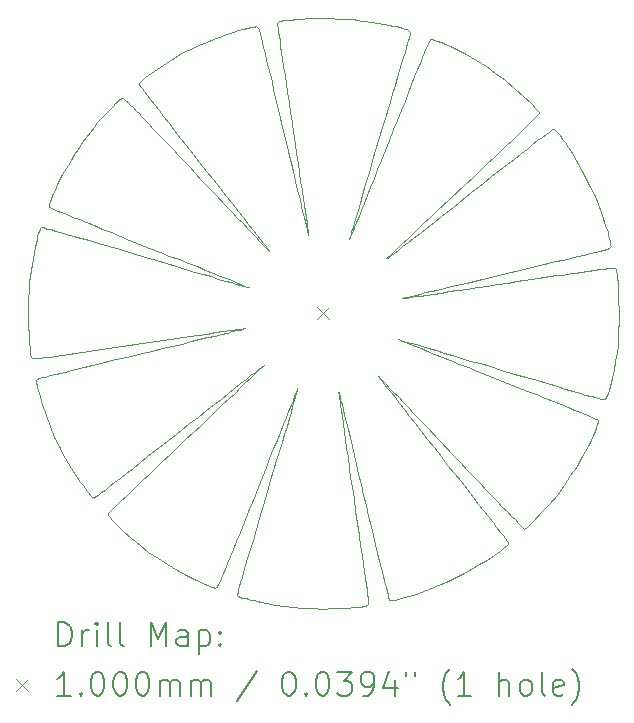
<source format=gbr>
%TF.GenerationSoftware,KiCad,Pcbnew,8.0.4+dfsg-1*%
%TF.CreationDate,2024-08-07T14:19:11+02:00*%
%TF.ProjectId,EMC_antenna,454d435f-616e-4746-956e-6e612e6b6963,rev?*%
%TF.SameCoordinates,Original*%
%TF.FileFunction,Drillmap*%
%TF.FilePolarity,Positive*%
%FSLAX45Y45*%
G04 Gerber Fmt 4.5, Leading zero omitted, Abs format (unit mm)*
G04 Created by KiCad (PCBNEW 8.0.4+dfsg-1) date 2024-08-07 14:19:11*
%MOMM*%
%LPD*%
G01*
G04 APERTURE LIST*
%ADD10C,0.100000*%
%ADD11C,0.200000*%
G04 APERTURE END LIST*
D10*
X12209538Y-9033331D02*
X12211433Y-9135379D01*
X12210001Y-8930255D02*
X12209538Y-9033331D01*
X12211183Y-8880544D02*
X12210001Y-8930255D01*
X12211433Y-9135379D02*
X12213198Y-9183806D01*
X12213036Y-8833230D02*
X12211183Y-8880544D01*
X12213198Y-9183806D02*
X12215472Y-9229322D01*
X12215472Y-9229322D02*
X12218228Y-9271043D01*
X12215585Y-8789198D02*
X12213036Y-8833230D01*
X12218228Y-9271043D02*
X12221440Y-9308083D01*
X12218857Y-8749332D02*
X12215585Y-8789198D01*
X12221440Y-9308083D02*
X12225081Y-9339558D01*
X12225081Y-9339558D02*
X12229124Y-9364584D01*
X12229124Y-9364584D02*
X12233542Y-9382275D01*
X12233542Y-9382275D02*
X12238308Y-9391747D01*
X12238308Y-9391747D02*
X12242290Y-9394402D01*
X12238543Y-8600249D02*
X12218857Y-8749332D01*
X12242290Y-9394402D02*
X12248689Y-9396061D01*
X12248689Y-9396061D02*
X12258339Y-9396667D01*
X12258339Y-9396667D02*
X12272074Y-9396165D01*
X12266027Y-8453805D02*
X12238543Y-8600249D01*
X12272074Y-9396165D02*
X12290729Y-9394498D01*
X12273370Y-8421059D02*
X12266027Y-8453805D01*
X12277307Y-9595288D02*
X12279089Y-9606909D01*
X12277379Y-9580056D02*
X12277307Y-9595288D01*
X12279089Y-9606909D02*
X12282171Y-9621958D01*
X12280702Y-8390781D02*
X12273370Y-8421059D01*
X12281867Y-9571704D02*
X12277379Y-9580056D01*
X12282171Y-9621958D02*
X12286617Y-9641006D01*
X12286617Y-9641006D02*
X12286887Y-9642090D01*
X12286806Y-9641764D02*
X12298869Y-9690221D01*
X12286887Y-9642090D02*
X12292492Y-9664620D01*
X12287478Y-9569587D02*
X12281867Y-9571704D01*
X12287925Y-8363431D02*
X12280702Y-8390781D01*
X12290729Y-9394498D02*
X12315137Y-9391611D01*
X12292492Y-9664620D02*
X12286806Y-9641764D01*
X12294937Y-8339469D02*
X12287925Y-8363431D01*
X12298869Y-9690221D02*
X12326499Y-9786192D01*
X12301641Y-8319356D02*
X12294937Y-8339469D01*
X12301876Y-9565411D02*
X12287478Y-9569587D01*
X12307935Y-8303552D02*
X12301641Y-8319356D01*
X12313722Y-8292517D02*
X12307935Y-8303552D01*
X12315137Y-9391611D02*
X12346134Y-9387448D01*
X12318900Y-8286712D02*
X12313722Y-8292517D01*
X12323376Y-8286693D02*
X12318900Y-8286712D01*
X12324605Y-9559290D02*
X12301876Y-9565411D01*
X12326499Y-9786192D02*
X12358079Y-9880937D01*
X12333876Y-8288570D02*
X12323376Y-8286693D01*
X12346134Y-9387448D02*
X12384552Y-9381951D01*
X12350560Y-8292388D02*
X12333876Y-8288570D01*
X12355210Y-9551334D02*
X12324605Y-9559290D01*
X12358079Y-9880937D02*
X12393556Y-9974292D01*
X12373586Y-8298193D02*
X12350560Y-8292388D01*
X12383277Y-8100440D02*
X12383416Y-8109433D01*
X12383416Y-8109433D02*
X12386103Y-8115288D01*
X12384552Y-9381951D02*
X12883206Y-9309368D01*
X12386060Y-8087308D02*
X12383277Y-8100440D01*
X12386103Y-8115288D02*
X12391359Y-8118089D01*
X12391359Y-8118089D02*
X12405043Y-8124216D01*
X12392134Y-8069032D02*
X12386060Y-8087308D01*
X12393233Y-9541655D02*
X12355210Y-9551334D01*
X12393556Y-9974292D02*
X12432869Y-10066099D01*
X12401870Y-8044611D02*
X12392134Y-8069032D01*
X12403114Y-8306030D02*
X12373586Y-8298193D01*
X12405043Y-8124216D02*
X12426719Y-8133492D01*
X12415641Y-8013043D02*
X12401870Y-8044611D01*
X12424156Y-7994265D02*
X12415641Y-8013043D01*
X12426719Y-8133492D02*
X12455949Y-8145741D01*
X12432869Y-10066099D02*
X12475950Y-10156198D01*
X12433818Y-7973324D02*
X12424156Y-7994265D01*
X12438220Y-9530366D02*
X12393233Y-9541655D01*
X12439303Y-8315945D02*
X12403114Y-8306030D01*
X12444674Y-7950095D02*
X12433818Y-7973324D01*
X12455949Y-8145741D02*
X12492299Y-8160785D01*
X12456771Y-7924452D02*
X12444674Y-7950095D01*
X12475950Y-10156198D02*
X12499112Y-10200436D01*
X12482313Y-8327984D02*
X12439303Y-8315945D01*
X12489715Y-9517578D02*
X12438220Y-9530366D01*
X12492299Y-8160785D02*
X12535331Y-8178447D01*
X12498918Y-7840193D02*
X12456771Y-7924452D01*
X12499112Y-10200436D02*
X12571020Y-10323691D01*
X12532304Y-8342192D02*
X12482313Y-8327984D01*
X12535331Y-8178447D02*
X12584610Y-8198552D01*
X12545222Y-7757979D02*
X12498918Y-7840193D01*
X12547262Y-9503403D02*
X12489715Y-9517578D01*
X12571020Y-10323691D02*
X12652540Y-10446280D01*
X12571348Y-7715263D02*
X12545222Y-7757979D01*
X12584610Y-8198552D02*
X12639698Y-8220921D01*
X12589434Y-8358614D02*
X12532304Y-8342192D01*
X12600212Y-7670208D02*
X12571348Y-7715263D01*
X12610405Y-9487953D02*
X12547262Y-9503403D01*
X12632380Y-7621862D02*
X12600212Y-7670208D01*
X12639698Y-8220921D02*
X12700160Y-8245378D01*
X12652540Y-10446280D02*
X12672103Y-10473539D01*
X12653862Y-8377297D02*
X12589434Y-8358614D01*
X12668418Y-7569277D02*
X12632380Y-7621862D01*
X12672103Y-10473539D02*
X12690720Y-10498565D01*
X12678689Y-9471340D02*
X12610405Y-9487953D01*
X12690720Y-10498565D02*
X12708082Y-10520922D01*
X12700160Y-8245378D02*
X12765558Y-8271747D01*
X12701562Y-7522285D02*
X12668418Y-7569277D01*
X12708082Y-10520922D02*
X12723880Y-10540171D01*
X12723880Y-10540171D02*
X12737804Y-10555874D01*
X12725749Y-8398286D02*
X12653862Y-8377297D01*
X12733318Y-7478981D02*
X12701562Y-7522285D01*
X12737804Y-10555874D02*
X12749545Y-10567593D01*
X12749545Y-10567593D02*
X12758793Y-10574890D01*
X12751658Y-9453676D02*
X12678689Y-9471340D01*
X12758793Y-10574890D02*
X12765240Y-10577327D01*
X12764268Y-7438661D02*
X12733318Y-7478981D01*
X12765240Y-10577327D02*
X12770509Y-10574327D01*
X12765558Y-8271747D02*
X12835458Y-8299850D01*
X12770509Y-10574327D02*
X12782965Y-10565610D01*
X12782965Y-10565610D02*
X12802233Y-10551469D01*
X12794996Y-7400622D02*
X12764268Y-7438661D01*
X12802233Y-10551469D02*
X12827934Y-10532195D01*
X12805254Y-8421626D02*
X12725749Y-8398286D01*
X12827934Y-10532195D02*
X12859692Y-10508081D01*
X12828856Y-9435072D02*
X12751658Y-9453676D01*
X12835458Y-8299850D02*
X12909422Y-8329511D01*
X12858119Y-7328575D02*
X12794996Y-7400622D01*
X12859692Y-10508081D02*
X12897129Y-10479420D01*
X12883206Y-9309368D02*
X13640937Y-9198828D01*
X12884565Y-10713459D02*
X12885205Y-10717537D01*
X12885205Y-10717537D02*
X12888180Y-10723612D01*
X12888180Y-10723612D02*
X12893323Y-10731507D01*
X12888221Y-10708878D02*
X12884565Y-10713459D01*
X12892536Y-8447363D02*
X12805254Y-8421626D01*
X12893323Y-10731507D02*
X12900467Y-10741048D01*
X12897129Y-10479420D02*
X12939869Y-10446504D01*
X12898429Y-10698143D02*
X12888221Y-10708878D01*
X12900467Y-10741048D02*
X12920089Y-10764366D01*
X12909422Y-8329511D02*
X12987014Y-8360552D01*
X12909827Y-9415641D02*
X12828856Y-9435072D01*
X12914851Y-10681575D02*
X12898429Y-10698143D01*
X12920089Y-10764366D02*
X12945710Y-10792165D01*
X12927354Y-7257217D02*
X12858119Y-7328575D01*
X12937152Y-10659500D02*
X12914851Y-10681575D01*
X12939869Y-10446504D02*
X12987533Y-10409625D01*
X12945256Y-7239772D02*
X12927354Y-7257217D01*
X12945710Y-10792165D02*
X13009608Y-10855597D01*
X12960489Y-7225450D02*
X12945256Y-7239772D01*
X12964994Y-10632241D02*
X12937152Y-10659500D01*
X12973306Y-7214057D02*
X12960489Y-7225450D01*
X12983959Y-7205403D02*
X12973306Y-7214057D01*
X12987014Y-8360552D02*
X13067798Y-8392798D01*
X12987533Y-10409625D02*
X13039746Y-10369076D01*
X12987754Y-8475543D02*
X12892536Y-8447363D01*
X12992703Y-7199293D02*
X12983959Y-7205403D01*
X12994115Y-9395494D02*
X12909827Y-9415641D01*
X12998041Y-10600120D02*
X12964994Y-10632241D01*
X12999788Y-7195536D02*
X12992703Y-7199293D01*
X13005469Y-7193939D02*
X12999788Y-7195536D01*
X13009608Y-10855597D02*
X13081476Y-10920128D01*
X13009998Y-7194309D02*
X13005469Y-7193939D01*
X13014292Y-7196188D02*
X13009998Y-7194309D01*
X13020027Y-7199901D02*
X13014292Y-7196188D01*
X13027962Y-7206236D02*
X13020027Y-7199901D01*
X13035958Y-10563461D02*
X12998041Y-10600120D01*
X13038856Y-7215977D02*
X13027962Y-7206236D01*
X13039746Y-10369076D02*
X13096130Y-10325148D01*
X13053467Y-7229911D02*
X13038856Y-7215977D01*
X13067798Y-8392798D02*
X13151337Y-8426070D01*
X13072554Y-7248823D02*
X13053467Y-7229911D01*
X13078406Y-10522588D02*
X13035958Y-10563461D01*
X13081265Y-9374743D02*
X12994115Y-9395494D01*
X13081476Y-10920128D02*
X13152980Y-10978330D01*
X13091068Y-8506210D02*
X12987754Y-8475543D01*
X13096130Y-10325148D02*
X13156307Y-10278136D01*
X13096876Y-7273499D02*
X13072554Y-7248823D01*
X13125051Y-10477824D02*
X13078406Y-10522588D01*
X13127191Y-7304726D02*
X13096876Y-7273499D01*
X13144834Y-7323041D02*
X13127191Y-7304726D01*
X13146720Y-7073516D02*
X13149722Y-7078779D01*
X13149159Y-7067075D02*
X13146720Y-7073516D01*
X13149722Y-7078779D02*
X13158446Y-7091224D01*
X13151337Y-8426070D02*
X13237196Y-8460193D01*
X13152980Y-10978330D02*
X13228516Y-11035172D01*
X13156307Y-10278136D02*
X13219900Y-10228330D01*
X13156463Y-7057836D02*
X13149159Y-7067075D01*
X13158446Y-7091224D02*
X13172600Y-7110473D01*
X13164259Y-7343288D02*
X13144834Y-7323041D01*
X13168193Y-7046106D02*
X13156463Y-7057836D01*
X13170821Y-9353501D02*
X13081265Y-9374743D01*
X13172600Y-7110473D02*
X13191889Y-7136149D01*
X13175554Y-10429493D02*
X13125051Y-10477824D01*
X13183912Y-7032196D02*
X13168193Y-7046106D01*
X13185562Y-7365566D02*
X13164259Y-7343288D01*
X13191889Y-7136149D02*
X13216023Y-7167876D01*
X13202638Y-8539412D02*
X13091068Y-8506210D01*
X13203179Y-7016413D02*
X13183912Y-7032196D01*
X13208838Y-7389973D02*
X13185562Y-7365566D01*
X13216023Y-7167876D02*
X13244708Y-7205277D01*
X13219900Y-10228330D02*
X13286533Y-10176023D01*
X13225558Y-6999068D02*
X13203179Y-7016413D01*
X13228516Y-11035172D02*
X13306976Y-11089964D01*
X13229581Y-10377917D02*
X13175554Y-10429493D01*
X13234181Y-7416606D02*
X13208838Y-7389973D01*
X13237196Y-8460193D02*
X13322997Y-8494274D01*
X13244708Y-7205277D02*
X13277651Y-7247975D01*
X13250609Y-6980469D02*
X13225558Y-6999068D01*
X13260290Y-9332299D02*
X13170821Y-9353501D01*
X13261686Y-7445565D02*
X13234181Y-7416606D01*
X13277651Y-7247975D02*
X13314561Y-7295594D01*
X13277894Y-6960925D02*
X13250609Y-6980469D01*
X13286533Y-10176023D02*
X13355828Y-10121508D01*
X13286795Y-10323420D02*
X13229581Y-10377917D01*
X13291449Y-7476947D02*
X13261686Y-7445565D01*
X13291509Y-8565872D02*
X13202638Y-8539412D01*
X13306976Y-11089964D02*
X13387251Y-11142014D01*
X13314561Y-7295594D02*
X13355144Y-7347756D01*
X13322997Y-8494274D02*
X13406368Y-8527423D01*
X13323563Y-7510850D02*
X13291449Y-7476947D01*
X13346859Y-10266326D02*
X13286795Y-10323420D01*
X13347184Y-9311670D02*
X13260290Y-9332299D01*
X13355144Y-7347756D02*
X13399107Y-7404085D01*
X13355828Y-10121508D02*
X13427408Y-10065077D01*
X13358125Y-7547373D02*
X13323563Y-7510850D01*
X13377912Y-8591567D02*
X13291509Y-8565872D01*
X13387251Y-11142014D02*
X13468235Y-11190629D01*
X13395228Y-7586615D02*
X13358125Y-7547373D01*
X13399107Y-7404085D02*
X13446159Y-7464204D01*
X13400602Y-6879483D02*
X13277894Y-6960925D01*
X13406368Y-8527423D02*
X13486880Y-8559467D01*
X13409436Y-10206958D02*
X13346859Y-10266326D01*
X13427408Y-10065077D02*
X13500895Y-10007023D01*
X13431056Y-9291720D02*
X13347184Y-9311670D01*
X13434967Y-7628672D02*
X13395228Y-7586615D01*
X13446159Y-7464204D02*
X13496006Y-7527735D01*
X13461399Y-8616364D02*
X13377912Y-8591567D01*
X13468235Y-11190629D02*
X13548818Y-11235120D01*
X13474191Y-10145639D02*
X13409436Y-10206958D01*
X13477438Y-7673644D02*
X13434967Y-7628672D01*
X13486880Y-8559467D02*
X13564100Y-8590234D01*
X13496006Y-7527735D02*
X13548356Y-7594304D01*
X13500895Y-10007023D02*
X13574235Y-9949044D01*
X13511458Y-9272556D02*
X13431056Y-9291720D01*
X13522735Y-7721629D02*
X13477438Y-7673644D01*
X13523971Y-6807650D02*
X13400602Y-6879483D01*
X13540786Y-10082693D02*
X13474191Y-10145639D01*
X13541520Y-8640132D02*
X13461399Y-8616364D01*
X13548356Y-7594304D02*
X13602916Y-7663531D01*
X13548818Y-11235120D02*
X13627894Y-11274793D01*
X13563235Y-6787679D02*
X13523971Y-6807650D01*
X13564100Y-8590234D02*
X13637598Y-8619551D01*
X13570953Y-7772725D02*
X13522735Y-7721629D01*
X13574235Y-9949044D02*
X13645379Y-9892835D01*
X13587945Y-9254288D02*
X13511458Y-9272556D01*
X13602916Y-7663531D02*
X13659393Y-7735042D01*
X13606111Y-6767273D02*
X13563235Y-6787679D01*
X13607439Y-10019744D02*
X13540786Y-10082693D01*
X13617827Y-8662738D02*
X13541520Y-8640132D01*
X13622187Y-7827030D02*
X13570953Y-7772725D01*
X13627894Y-11274793D02*
X13704354Y-11308958D01*
X13637598Y-8619551D02*
X13706944Y-8647245D01*
X13640937Y-9198828D02*
X13720519Y-9187255D01*
X13645379Y-9892835D02*
X13713967Y-9838680D01*
X13651819Y-6746705D02*
X13606111Y-6767273D01*
X13659393Y-7735042D02*
X13717496Y-7808458D01*
X13660067Y-9237023D02*
X13587945Y-9254288D01*
X13672360Y-9958416D02*
X13607439Y-10019744D01*
X13676532Y-7884642D02*
X13622187Y-7827030D01*
X13689873Y-8684049D02*
X13617827Y-8662738D01*
X13699576Y-6726247D02*
X13651819Y-6746705D01*
X13704354Y-11308958D02*
X13727159Y-11318314D01*
X13706944Y-8647245D02*
X13771707Y-8673144D01*
X13713967Y-9838680D02*
X13779635Y-9786866D01*
X13717496Y-7808458D02*
X13775399Y-7881599D01*
X13720519Y-9187255D02*
X13795018Y-9176548D01*
X13727159Y-11318314D02*
X13746243Y-11325780D01*
X13727380Y-9220868D02*
X13660067Y-9237023D01*
X13735209Y-9899032D02*
X13672360Y-9958416D01*
X13746243Y-11325780D02*
X13761986Y-11331463D01*
X13757208Y-8703935D02*
X13689873Y-8684049D01*
X13761986Y-11331463D02*
X13774769Y-11335468D01*
X13771707Y-8673144D02*
X13831456Y-8697075D01*
X13774769Y-11335468D02*
X13792979Y-11338876D01*
X13775399Y-7881599D02*
X13831292Y-7952302D01*
X13779635Y-9786866D02*
X13842021Y-9737676D01*
X13784846Y-7999433D02*
X13676532Y-7884642D01*
X13789435Y-9205932D02*
X13727380Y-9220868D01*
X13792979Y-11338876D02*
X13803919Y-11336857D01*
X13795018Y-9176548D02*
X13862785Y-9166934D01*
X13795642Y-9841917D02*
X13735209Y-9899032D01*
X13798116Y-6686761D02*
X13699576Y-6726247D01*
X13803919Y-11336857D02*
X13806928Y-11332835D01*
X13806928Y-11332835D02*
X13812272Y-11322690D01*
X13812272Y-11322690D02*
X13819990Y-11306333D01*
X13819385Y-8722263D02*
X13757208Y-8703935D01*
X13819990Y-11306333D02*
X13830117Y-11283672D01*
X13830117Y-11283672D02*
X13842692Y-11254619D01*
X13831292Y-7952302D02*
X13884902Y-8020216D01*
X13831456Y-8697075D02*
X13885761Y-8718865D01*
X13842021Y-9737676D02*
X13900762Y-9691396D01*
X13842692Y-11254619D02*
X13857751Y-11219082D01*
X13845784Y-9192322D02*
X13789435Y-9205932D01*
X13853319Y-9787394D02*
X13795642Y-9841917D01*
X13857751Y-11219082D02*
X13875331Y-11176971D01*
X13862785Y-9166934D02*
X13922172Y-9158641D01*
X13875331Y-11176971D02*
X13895469Y-11128197D01*
X13875954Y-8738902D02*
X13819385Y-8722263D01*
X13884902Y-8020216D02*
X13935955Y-8084992D01*
X13885761Y-8718865D02*
X13934190Y-8738343D01*
X13887392Y-8108026D02*
X13784846Y-7999433D01*
X13895469Y-11128197D02*
X13918203Y-11072669D01*
X13895481Y-6651002D02*
X13798116Y-6686761D01*
X13895982Y-9180146D02*
X13845784Y-9192322D01*
X13900762Y-9691396D02*
X13955496Y-9648310D01*
X13907896Y-9735787D02*
X13853319Y-9787394D01*
X13918203Y-11072669D02*
X13943569Y-11010296D01*
X13922172Y-9158641D02*
X13948208Y-9155061D01*
X13926467Y-8753718D02*
X13875954Y-8738902D01*
X13934190Y-8738343D02*
X13976313Y-8755334D01*
X13935768Y-8159221D02*
X13887392Y-8108026D01*
X13935955Y-8084992D02*
X13984180Y-8146281D01*
X13939581Y-9169512D02*
X13895982Y-9180146D01*
X13941769Y-6635205D02*
X13895481Y-6651002D01*
X13943569Y-11010296D02*
X13971605Y-10940989D01*
X13948208Y-9155061D02*
X13971530Y-9151897D01*
X13955496Y-9648310D02*
X14005860Y-9608704D01*
X13959032Y-9687419D02*
X13907896Y-9735787D01*
X13970477Y-8766580D02*
X13926467Y-8753718D01*
X13971530Y-9151897D02*
X13991933Y-9149178D01*
X13971605Y-10940989D02*
X14002348Y-10864658D01*
X13976134Y-9160527D02*
X13939581Y-9169512D01*
X13976313Y-8755334D02*
X14011700Y-8769667D01*
X13980571Y-11398932D02*
X13980793Y-11403363D01*
X13980793Y-11403363D02*
X13984209Y-11408293D01*
X13981819Y-8207936D02*
X13935768Y-8159221D01*
X13982039Y-11389280D02*
X13980571Y-11398932D01*
X13984180Y-8146281D02*
X14029302Y-8203732D01*
X13984209Y-11408293D02*
X13990386Y-11412816D01*
X13985290Y-11374074D02*
X13982039Y-11389280D01*
X13985420Y-6621161D02*
X13941769Y-6635205D01*
X13990386Y-11412816D02*
X14001821Y-11417602D01*
X13990421Y-11352982D02*
X13985290Y-11374074D01*
X13991933Y-9149178D02*
X14009210Y-9146931D01*
X13997525Y-11325671D02*
X13990421Y-11352982D01*
X14001821Y-11417602D02*
X14021015Y-11423322D01*
X14002348Y-10864658D02*
X14035834Y-10781212D01*
X14005193Y-9153300D02*
X13976134Y-9160527D01*
X14005860Y-9608704D02*
X14051493Y-9572862D01*
X14006385Y-9642615D02*
X13959032Y-9687419D01*
X14006698Y-11291811D02*
X13997525Y-11325671D01*
X14007533Y-8777356D02*
X13970477Y-8766580D01*
X14009210Y-9146931D02*
X14023155Y-9145185D01*
X14011700Y-8769667D02*
X14039920Y-8781168D01*
X14018034Y-11251067D02*
X14006698Y-11291811D01*
X14021015Y-11423322D02*
X14034302Y-11426741D01*
X14023155Y-9145185D02*
X14033563Y-9143969D01*
X14025253Y-8253859D02*
X13981819Y-8207936D01*
X14025652Y-6609143D02*
X13985420Y-6621161D01*
X14026312Y-9147938D02*
X14005193Y-9153300D01*
X14029302Y-8203732D02*
X14071049Y-8256997D01*
X14031628Y-11203109D02*
X14018034Y-11251067D01*
X14033563Y-9143969D02*
X14040226Y-9143311D01*
X14034302Y-11426741D02*
X14050465Y-11430645D01*
X14035834Y-10781212D02*
X14072101Y-10690560D01*
X14037189Y-8785914D02*
X14007533Y-8777356D01*
X14039043Y-9144549D02*
X14026312Y-9147938D01*
X14039920Y-8781168D02*
X14060541Y-8789666D01*
X14040226Y-9143311D02*
X14042940Y-9143240D01*
X14042940Y-9143240D02*
X14039043Y-9144549D01*
X14047576Y-11147604D02*
X14031628Y-11203109D01*
X14049613Y-9601697D02*
X14006385Y-9642615D01*
X14050465Y-11430645D02*
X14069817Y-11435117D01*
X14051493Y-9572862D02*
X14092030Y-9541070D01*
X14058996Y-8792122D02*
X14037189Y-8785914D01*
X14060541Y-8789666D02*
X14073134Y-8794987D01*
X14061683Y-6599426D02*
X14025652Y-6609143D01*
X14065775Y-8296680D02*
X14025253Y-8253859D01*
X14065972Y-11084219D02*
X14047576Y-11147604D01*
X14069817Y-11435117D02*
X14092671Y-11440241D01*
X14071049Y-8256997D02*
X14109148Y-8305726D01*
X14072101Y-10690560D02*
X14111186Y-10592614D01*
X14072505Y-8795847D02*
X14058996Y-8792122D01*
X14073134Y-8794987D02*
X14077267Y-8796959D01*
X14077267Y-8796959D02*
X14072505Y-8795847D01*
X14086911Y-11012623D02*
X14065972Y-11084219D01*
X14088374Y-9564991D02*
X14049613Y-9601697D01*
X14092030Y-9541070D02*
X14127110Y-9513611D01*
X14092671Y-11440241D02*
X14119338Y-11446101D01*
X14092734Y-6592282D02*
X14061683Y-6599426D01*
X14103092Y-8336088D02*
X14065775Y-8296680D01*
X14109148Y-8305726D02*
X14143326Y-8349570D01*
X14110487Y-10932483D02*
X14086911Y-11012623D01*
X14111186Y-10592614D02*
X14153126Y-10487282D01*
X14118022Y-6587986D02*
X14092734Y-6592282D01*
X14119338Y-11446101D02*
X14150132Y-11452781D01*
X14122324Y-9532818D02*
X14088374Y-9564991D01*
X14127110Y-9513611D02*
X14156371Y-9490771D01*
X14136766Y-6586810D02*
X14118022Y-6587986D01*
X14136797Y-10843467D02*
X14110487Y-10932483D01*
X14136909Y-8371773D02*
X14103092Y-8336088D01*
X14143326Y-8349570D02*
X14173310Y-8388177D01*
X14148185Y-6589029D02*
X14136766Y-6586810D01*
X14150132Y-11452781D02*
X14185364Y-11460364D01*
X14151124Y-9505504D02*
X14122324Y-9532818D01*
X14153126Y-10487282D02*
X14187253Y-10401529D01*
X14155900Y-6596864D02*
X14148185Y-6589029D01*
X14156371Y-9490771D02*
X14179449Y-9472836D01*
X14163591Y-6612863D02*
X14155900Y-6596864D01*
X14165934Y-10745242D02*
X14136797Y-10843467D01*
X14166933Y-8403424D02*
X14136909Y-8371773D01*
X14167598Y-6624369D02*
X14163591Y-6612863D01*
X14171803Y-6638451D02*
X14167598Y-6624369D01*
X14173310Y-8388177D02*
X14198828Y-8421200D01*
X14174430Y-9483372D02*
X14151124Y-9505504D01*
X14176275Y-6655286D02*
X14171803Y-6638451D01*
X14179449Y-9472836D02*
X14195983Y-9460089D01*
X14181082Y-6675054D02*
X14176275Y-6655286D01*
X14181592Y-10692573D02*
X14165934Y-10745242D01*
X14185364Y-11460364D02*
X14225346Y-11468934D01*
X14187253Y-10401529D02*
X14220448Y-10318204D01*
X14191087Y-6717627D02*
X14181082Y-6675054D01*
X14191900Y-9466745D02*
X14174430Y-9483372D01*
X14192869Y-8430731D02*
X14166933Y-8403424D01*
X14195983Y-9460089D02*
X14205609Y-9452817D01*
X14197993Y-10637477D02*
X14181592Y-10692573D01*
X14198828Y-8421200D02*
X14219606Y-8448289D01*
X14202161Y-6764638D02*
X14191087Y-6717627D01*
X14203193Y-9455947D02*
X14191900Y-9466745D01*
X14205609Y-9452817D02*
X14207966Y-9451303D01*
X14207966Y-9451303D02*
X14203193Y-9455947D01*
X14214213Y-6815705D02*
X14202161Y-6764638D01*
X14214424Y-8453383D02*
X14192869Y-8430731D01*
X14215148Y-10579913D02*
X14197993Y-10637477D01*
X14219606Y-8448289D02*
X14235371Y-8469093D01*
X14220448Y-10318204D02*
X14252536Y-10237738D01*
X14225346Y-11468934D02*
X14298545Y-11482996D01*
X14227153Y-6870449D02*
X14214213Y-6815705D01*
X14231303Y-8471070D02*
X14214424Y-8453383D01*
X14233070Y-10519839D02*
X14215148Y-10579913D01*
X14235371Y-8469093D02*
X14245850Y-8483264D01*
X14240889Y-6928490D02*
X14227153Y-6870449D01*
X14243213Y-8483481D02*
X14231303Y-8471070D01*
X14245850Y-8483264D02*
X14250771Y-8490452D01*
X14249860Y-8490306D02*
X14243213Y-8483481D01*
X14250771Y-8490452D02*
X14249860Y-8490306D01*
X14252536Y-10237738D02*
X14283345Y-10160561D01*
X14255331Y-6989449D02*
X14240889Y-6928490D01*
X14259504Y-10431219D02*
X14233070Y-10519839D01*
X14270389Y-7052945D02*
X14255331Y-6989449D01*
X14283345Y-10160561D02*
X14312702Y-10087104D01*
X14285173Y-10345060D02*
X14259504Y-10431219D01*
X14285972Y-7118599D02*
X14270389Y-7052945D01*
X14298545Y-11482996D02*
X14375284Y-11494671D01*
X14309945Y-10261810D02*
X14285173Y-10345060D01*
X14312702Y-10087104D02*
X14340435Y-10017797D01*
X14319366Y-6570780D02*
X14320695Y-6584973D01*
X14319820Y-6559520D02*
X14319366Y-6570780D01*
X14320695Y-6584973D02*
X14321816Y-6592655D01*
X14321816Y-6592655D02*
X14324221Y-6608957D01*
X14322062Y-6551161D02*
X14319820Y-6559520D01*
X14324221Y-6608957D02*
X14327840Y-6633419D01*
X14326097Y-6545671D02*
X14322062Y-6551161D01*
X14327840Y-6633419D02*
X14332606Y-6665579D01*
X14332606Y-6665579D02*
X14338451Y-6704977D01*
X14332806Y-6542968D02*
X14326097Y-6545671D01*
X14333688Y-10181916D02*
X14309945Y-10261810D01*
X14338451Y-6704977D02*
X14345305Y-6751151D01*
X14340435Y-10017797D02*
X14366369Y-9953071D01*
X14345305Y-6751151D02*
X14353100Y-6803640D01*
X14346652Y-6540041D02*
X14332806Y-6542968D01*
X14351738Y-7395194D02*
X14285972Y-7118599D01*
X14353100Y-6803640D02*
X14361768Y-6861984D01*
X14356271Y-10105824D02*
X14333688Y-10181916D01*
X14361768Y-6861984D02*
X14371240Y-6925722D01*
X14366369Y-9953071D02*
X14390333Y-9893355D01*
X14367639Y-6536889D02*
X14346652Y-6540041D01*
X14371240Y-6925722D02*
X14381448Y-6994391D01*
X14375284Y-11494671D02*
X14454770Y-11503907D01*
X14377561Y-10033982D02*
X14356271Y-10105824D01*
X14381448Y-6994391D02*
X14392323Y-7067532D01*
X14390333Y-9893355D02*
X14412153Y-9839081D01*
X14392323Y-7067532D02*
X14403796Y-7144684D01*
X14395776Y-6533512D02*
X14367639Y-6536889D01*
X14397427Y-9966837D02*
X14377561Y-10033982D01*
X14403796Y-7144684D02*
X14415800Y-7225384D01*
X14412153Y-9839081D02*
X14431657Y-9790679D01*
X14415737Y-9904837D02*
X14397427Y-9966837D01*
X14415800Y-7225384D02*
X14428265Y-7309173D01*
X14418649Y-7675921D02*
X14351738Y-7395194D01*
X14428265Y-7309173D02*
X14441123Y-7395590D01*
X14431069Y-6529909D02*
X14395776Y-6533512D01*
X14431657Y-9790679D02*
X14448672Y-9748579D01*
X14432358Y-9848427D02*
X14415737Y-9904837D01*
X14441123Y-7395590D02*
X14454307Y-7484172D01*
X14447159Y-9798057D02*
X14432358Y-9848427D01*
X14448672Y-9748579D02*
X14463024Y-9713212D01*
X14450721Y-7810237D02*
X14418649Y-7675921D01*
X14454307Y-7484172D02*
X14467458Y-7572602D01*
X14454770Y-11503907D02*
X14536206Y-11510651D01*
X14460008Y-9754171D02*
X14447159Y-9798057D01*
X14463024Y-9713212D02*
X14474542Y-9685008D01*
X14467458Y-7572602D02*
X14480222Y-7658570D01*
X14470773Y-9717219D02*
X14460008Y-9754171D01*
X14473523Y-6526079D02*
X14431069Y-6529909D01*
X14474542Y-9685008D02*
X14483051Y-9664398D01*
X14479322Y-9687647D02*
X14470773Y-9717219D01*
X14480222Y-7658570D02*
X14492534Y-7741631D01*
X14480905Y-7936470D02*
X14450721Y-7810237D01*
X14483051Y-9664398D02*
X14488380Y-9651812D01*
X14485523Y-9665902D02*
X14479322Y-9687647D01*
X14488380Y-9651812D02*
X14490354Y-9647681D01*
X14489244Y-9652431D02*
X14485523Y-9665902D01*
X14490354Y-9647681D02*
X14489244Y-9652431D01*
X14492534Y-7741631D02*
X14504328Y-7821338D01*
X14495061Y-7995606D02*
X14480905Y-7936470D01*
X14504328Y-7821338D02*
X14515540Y-7897246D01*
X14508473Y-8051581D02*
X14495061Y-7995606D01*
X14515540Y-7897246D02*
X14526103Y-7968908D01*
X14521051Y-8104015D02*
X14508473Y-8051581D01*
X14523147Y-6522021D02*
X14473523Y-6526079D01*
X14526103Y-7968908D02*
X14535954Y-8035880D01*
X14532703Y-8152530D02*
X14521051Y-8104015D01*
X14535954Y-8035880D02*
X14545025Y-8097714D01*
X14536206Y-11510651D02*
X14618798Y-11514850D01*
X14543338Y-8196744D02*
X14532703Y-8152530D01*
X14545025Y-8097714D02*
X14553252Y-8153964D01*
X14552867Y-8236279D02*
X14543338Y-8196744D01*
X14553252Y-8153964D02*
X14560570Y-8204186D01*
X14560570Y-8204186D02*
X14566913Y-8247933D01*
X14561199Y-8270754D02*
X14552867Y-8236279D01*
X14566913Y-8247933D02*
X14572216Y-8284759D01*
X14568242Y-8299789D02*
X14561199Y-8270754D01*
X14572216Y-8284759D02*
X14576413Y-8314218D01*
X14573906Y-8323005D02*
X14568242Y-8299789D01*
X14576413Y-8314218D02*
X14579440Y-8335865D01*
X14578101Y-8340021D02*
X14573906Y-8323005D01*
X14579440Y-8335865D02*
X14581231Y-8349253D01*
X14579946Y-6517736D02*
X14523147Y-6522021D01*
X14580736Y-8350458D02*
X14578101Y-8340021D01*
X14581231Y-8349253D02*
X14581720Y-8353936D01*
X14581720Y-8353936D02*
X14580736Y-8350458D01*
X14593295Y-6517058D02*
X14579946Y-6517736D01*
X14610763Y-6516635D02*
X14593295Y-6517058D01*
X14618798Y-11514850D02*
X14701749Y-11516450D01*
X14631813Y-6516450D02*
X14610763Y-6516635D01*
X14655908Y-6516490D02*
X14631813Y-6516450D01*
X14701749Y-11516450D02*
X14784266Y-11515399D01*
X14711084Y-6517183D02*
X14655908Y-6516490D01*
X14771994Y-6518593D02*
X14711084Y-6517183D01*
X14784266Y-11515399D02*
X14865551Y-11511643D01*
X14834343Y-6520603D02*
X14771994Y-6518593D01*
X14836984Y-9681935D02*
X14838293Y-9685832D01*
X14837431Y-9687204D02*
X14836984Y-9681935D01*
X14838293Y-9685832D02*
X14841684Y-9698555D01*
X14839187Y-9701375D02*
X14837431Y-9687204D01*
X14841684Y-9698555D02*
X14847050Y-9719657D01*
X14842189Y-9723989D02*
X14839187Y-9701375D01*
X14846370Y-9754586D02*
X14842189Y-9723989D01*
X14847050Y-9719657D02*
X14854283Y-9748692D01*
X14851665Y-9792708D02*
X14846370Y-9754586D01*
X14854283Y-9748692D02*
X14863275Y-9785213D01*
X14858008Y-9837896D02*
X14851665Y-9792708D01*
X14863275Y-9785213D02*
X14873919Y-9828773D01*
X14865334Y-9889690D02*
X14858008Y-9837896D01*
X14865551Y-11511643D02*
X14898968Y-11509486D01*
X14873578Y-9947631D02*
X14865334Y-9889690D01*
X14873919Y-9828773D02*
X14886105Y-9878925D01*
X14882674Y-10011260D02*
X14873578Y-9947631D01*
X14886105Y-9878925D02*
X14899728Y-9935223D01*
X14892556Y-10080119D02*
X14882674Y-10011260D01*
X14893835Y-6523092D02*
X14834343Y-6520603D01*
X14898968Y-11509486D02*
X14928774Y-11507497D01*
X14899728Y-9935223D02*
X14914678Y-9997220D01*
X14903159Y-10153747D02*
X14892556Y-10080119D01*
X14914418Y-10231687D02*
X14903159Y-10153747D01*
X14914678Y-9997220D02*
X14930847Y-10064470D01*
X14921167Y-6524480D02*
X14893835Y-6523092D01*
X14926267Y-10313478D02*
X14914418Y-10231687D01*
X14928774Y-11507497D02*
X14955182Y-11505644D01*
X14928810Y-8384268D02*
X14929857Y-8379727D01*
X14929857Y-8379727D02*
X14933393Y-8366869D01*
X14930785Y-8380139D02*
X14928810Y-8384268D01*
X14930847Y-10064470D02*
X14948129Y-10136525D01*
X14933393Y-8366869D02*
X14939293Y-8346120D01*
X14936111Y-8367559D02*
X14930785Y-8380139D01*
X14938641Y-10398663D02*
X14926267Y-10313478D01*
X14939293Y-8346120D02*
X14947431Y-8317907D01*
X14944618Y-8346958D02*
X14936111Y-8367559D01*
X14946173Y-6525942D02*
X14921167Y-6524480D01*
X14947431Y-8317907D02*
X14957681Y-8282656D01*
X14948129Y-10136525D02*
X14966414Y-10212939D01*
X14951473Y-10486781D02*
X14938641Y-10398663D01*
X14955182Y-11505644D02*
X14978409Y-11503897D01*
X14956131Y-8318766D02*
X14944618Y-8346958D01*
X14957681Y-8282656D02*
X14969919Y-8240794D01*
X14964700Y-10577373D02*
X14951473Y-10486781D01*
X14966414Y-10212939D02*
X14985595Y-10293265D01*
X14968317Y-6527465D02*
X14946173Y-6525942D01*
X14969919Y-8240794D02*
X14984018Y-8192747D01*
X14970478Y-8283414D02*
X14956131Y-8318766D01*
X14978409Y-11503897D02*
X14998670Y-11502225D01*
X14981168Y-10690251D02*
X14964700Y-10577373D01*
X14984018Y-8192747D02*
X14999852Y-8138942D01*
X14985595Y-10293265D02*
X15005564Y-10377057D01*
X14987061Y-6529033D02*
X14968317Y-6527465D01*
X14987486Y-8241332D02*
X14970478Y-8283414D01*
X14996373Y-10794946D02*
X14981168Y-10690251D01*
X14998670Y-11502225D02*
X15016180Y-11500597D01*
X14999852Y-8138942D02*
X15017296Y-8079806D01*
X15005564Y-10377057D02*
X15026214Y-10463867D01*
X15006982Y-8192950D02*
X14987486Y-8241332D01*
X15010335Y-10891598D02*
X14996373Y-10794946D01*
X15016180Y-11500597D02*
X15031155Y-11498982D01*
X15017296Y-8079806D02*
X15036225Y-8015764D01*
X15023073Y-10980348D02*
X15010335Y-10891598D01*
X15026214Y-10463867D02*
X15047436Y-10553249D01*
X15028794Y-8138698D02*
X15006982Y-8192950D01*
X15031155Y-11498982D02*
X15043809Y-11497350D01*
X15034605Y-11061335D02*
X15023073Y-10980348D01*
X15036225Y-8015764D02*
X15056512Y-7947243D01*
X15043809Y-11497350D02*
X15063019Y-11493910D01*
X15044951Y-11134700D02*
X15034605Y-11061335D01*
X15047436Y-10553249D02*
X15068699Y-10642719D01*
X15052749Y-8079007D02*
X15028794Y-8138698D01*
X15054130Y-11200583D02*
X15044951Y-11134700D01*
X15056512Y-7947243D02*
X15078032Y-7874670D01*
X15062160Y-11259124D02*
X15054130Y-11200583D01*
X15063019Y-11493910D02*
X15075532Y-11490033D01*
X15068699Y-10642719D02*
X15089471Y-10729786D01*
X15069062Y-11310464D02*
X15062160Y-11259124D01*
X15074853Y-11354742D02*
X15069062Y-11310464D01*
X15075532Y-11490033D02*
X15083071Y-11485471D01*
X15078032Y-7874670D02*
X15100659Y-7798472D01*
X15078673Y-8014307D02*
X15052749Y-8079007D01*
X15079554Y-11392100D02*
X15074853Y-11354742D01*
X15083071Y-11485471D02*
X15087358Y-11479980D01*
X15083182Y-11422676D02*
X15079554Y-11392100D01*
X15085758Y-11446613D02*
X15083182Y-11422676D01*
X15087299Y-11464048D02*
X15085758Y-11446613D01*
X15087358Y-11479980D02*
X15087826Y-11475124D01*
X15087826Y-11475124D02*
X15087299Y-11464048D01*
X15089471Y-10729786D02*
X15109639Y-10813994D01*
X15100659Y-7798472D02*
X15124268Y-7719074D01*
X15106394Y-7945028D02*
X15078673Y-8014307D01*
X15109639Y-10813994D02*
X15129091Y-10894889D01*
X15122831Y-6546878D02*
X14987061Y-6529033D01*
X15124268Y-7719074D02*
X15148733Y-7636904D01*
X15129091Y-10894889D02*
X15147716Y-10972015D01*
X15135740Y-7871601D02*
X15106394Y-7945028D01*
X15147716Y-10972015D02*
X15165400Y-11044916D01*
X15148733Y-7636904D02*
X15173927Y-7552387D01*
X15165400Y-11044916D02*
X15182033Y-11113138D01*
X15166536Y-7794456D02*
X15135740Y-7871601D01*
X15173927Y-7552387D02*
X15223897Y-7384836D01*
X15174889Y-9548344D02*
X15176482Y-9549265D01*
X15176482Y-9549265D02*
X15184072Y-9557136D01*
X15179144Y-9554777D02*
X15174889Y-9548344D01*
X15182033Y-11113138D02*
X15197503Y-11176224D01*
X15184072Y-9557136D02*
X15197413Y-9571093D01*
X15188978Y-9568219D02*
X15179144Y-9554777D01*
X15197413Y-9571093D02*
X15216182Y-9590796D01*
X15197503Y-11176224D02*
X15211696Y-11233720D01*
X15198612Y-7714023D02*
X15166536Y-7794456D01*
X15204122Y-9588325D02*
X15188978Y-9568219D01*
X15211696Y-11233720D02*
X15224502Y-11285171D01*
X15216182Y-9590796D02*
X15240055Y-9615903D01*
X15223897Y-7384836D02*
X15271020Y-7226764D01*
X15224305Y-9614748D02*
X15204122Y-9588325D01*
X15224502Y-11285171D02*
X15235807Y-11330120D01*
X15231792Y-7630732D02*
X15198612Y-7714023D01*
X15235807Y-11330120D02*
X15245501Y-11368112D01*
X15240055Y-9615903D02*
X15268709Y-9646072D01*
X15242468Y-8551122D02*
X15243390Y-8549531D01*
X15243390Y-8549531D02*
X15251268Y-8541948D01*
X15245501Y-11368112D02*
X15253471Y-11398693D01*
X15248907Y-8546871D02*
X15242468Y-8551122D01*
X15249259Y-9647142D02*
X15224305Y-9614748D01*
X15251268Y-8541948D02*
X15265239Y-8528620D01*
X15253471Y-11398693D02*
X15259606Y-11421406D01*
X15259606Y-11421406D02*
X15263792Y-11435797D01*
X15262362Y-8537047D02*
X15248907Y-8546871D01*
X15263792Y-11435797D02*
X15265918Y-11441410D01*
X15263797Y-6572955D02*
X15122831Y-6546878D01*
X15265239Y-8528620D02*
X15284961Y-8509870D01*
X15265906Y-7545014D02*
X15231792Y-7630732D01*
X15265918Y-11441410D02*
X15274582Y-11445860D01*
X15268709Y-9646072D02*
X15301821Y-9680964D01*
X15271020Y-7226764D02*
X15293181Y-7152403D01*
X15274582Y-11445860D02*
X15290926Y-11445614D01*
X15278714Y-9685163D02*
X15249259Y-9647142D01*
X15282487Y-8521918D02*
X15262362Y-8537047D01*
X15284961Y-8509870D02*
X15310092Y-8486020D01*
X15290926Y-11445614D02*
X15303551Y-11443528D01*
X15293181Y-7152403D02*
X15314230Y-7081757D01*
X15296201Y-6579992D02*
X15263797Y-6572955D01*
X15300061Y-7459240D02*
X15265906Y-7545014D01*
X15301821Y-9680964D02*
X15339068Y-9720237D01*
X15303551Y-11443528D02*
X15319984Y-11440026D01*
X15308936Y-8501754D02*
X15282487Y-8521918D01*
X15310092Y-8486020D02*
X15340291Y-8457393D01*
X15312401Y-9728465D02*
X15278714Y-9685163D01*
X15314230Y-7081757D02*
X15334033Y-7015273D01*
X15319984Y-11440026D02*
X15340854Y-11435026D01*
X15326495Y-6587033D02*
X15296201Y-6579992D01*
X15333364Y-7375783D02*
X15300061Y-7459240D01*
X15334033Y-7015273D02*
X15352458Y-6953399D01*
X15339068Y-9720237D02*
X15380126Y-9763550D01*
X15340291Y-8457393D02*
X15375216Y-8424313D01*
X15340854Y-11435026D02*
X15366790Y-11428448D01*
X15341362Y-8476824D02*
X15308936Y-8501754D01*
X15341601Y-9235294D02*
X15346315Y-9236434D01*
X15345765Y-9237235D02*
X15341601Y-9235294D01*
X15346315Y-9236434D02*
X15359741Y-9240184D01*
X15350051Y-9776701D02*
X15312401Y-9728465D01*
X15352458Y-6953399D02*
X15369371Y-6896585D01*
X15354195Y-6593974D02*
X15326495Y-6587033D01*
X15358388Y-9242527D02*
X15345765Y-9237235D01*
X15359741Y-9240184D02*
X15381432Y-9246413D01*
X15365637Y-7295081D02*
X15333364Y-7375783D01*
X15366790Y-11428448D02*
X15491196Y-11391987D01*
X15369371Y-6896585D02*
X15384639Y-6845278D01*
X15372263Y-8888234D02*
X15375746Y-8887250D01*
X15375216Y-8424313D02*
X15414527Y-8387102D01*
X15375746Y-8887250D02*
X15386198Y-8884617D01*
X15377105Y-8887720D02*
X15372263Y-8888234D01*
X15378812Y-6600712D02*
X15354195Y-6593974D01*
X15379038Y-9250996D02*
X15358388Y-9242527D01*
X15379420Y-8447398D02*
X15341362Y-8476824D01*
X15380126Y-9763550D02*
X15424673Y-9810561D01*
X15381432Y-9246413D02*
X15410942Y-9254987D01*
X15384639Y-6845278D02*
X15398127Y-6799926D01*
X15386198Y-8884617D02*
X15403237Y-8880425D01*
X15390957Y-8885860D02*
X15377105Y-8887720D01*
X15391393Y-9829527D02*
X15350051Y-9776701D01*
X15396704Y-7217568D02*
X15365637Y-7295081D01*
X15398127Y-6799926D02*
X15409703Y-6760977D01*
X15399861Y-6607147D02*
X15378812Y-6600712D01*
X15403237Y-8880425D02*
X15426483Y-8874764D01*
X15407285Y-9262470D02*
X15379038Y-9250996D01*
X15409703Y-6760977D02*
X15419232Y-6728881D01*
X15410942Y-9254987D02*
X15447824Y-9265775D01*
X15413359Y-8882720D02*
X15390957Y-8885860D01*
X15414527Y-8387102D02*
X15457882Y-8346084D01*
X15416854Y-6613174D02*
X15399861Y-6607147D01*
X15419232Y-6728881D02*
X15426583Y-6704084D01*
X15422763Y-8413743D02*
X15379420Y-8447398D01*
X15424673Y-9810561D02*
X15472384Y-9860930D01*
X15426387Y-7143681D02*
X15396704Y-7217568D01*
X15426483Y-8874764D02*
X15455557Y-8867726D01*
X15426583Y-6704084D02*
X15431620Y-6687035D01*
X15429306Y-6618693D02*
X15416854Y-6613174D01*
X15431620Y-6687035D02*
X15434212Y-6678183D01*
X15434212Y-6678183D02*
X15440372Y-6655006D01*
X15436160Y-9886596D02*
X15391393Y-9829527D01*
X15436728Y-6623600D02*
X15429306Y-6618693D01*
X15440372Y-6655006D02*
X15442763Y-6639956D01*
X15441508Y-6630374D02*
X15436728Y-6623600D01*
X15442698Y-9276776D02*
X15407285Y-9262470D01*
X15442763Y-6639956D02*
X15441508Y-6630374D01*
X15443849Y-8878369D02*
X15413359Y-8882720D01*
X15447824Y-9265775D02*
X15491632Y-9278646D01*
X15454509Y-7073855D02*
X15426387Y-7143681D01*
X15455557Y-8867726D02*
X15490076Y-8859400D01*
X15457882Y-8346084D02*
X15504939Y-8301581D01*
X15471046Y-8376130D02*
X15422763Y-8413743D01*
X15472384Y-9860930D02*
X15522936Y-9914316D01*
X15480895Y-7008527D02*
X15454509Y-7073855D01*
X15481964Y-8872873D02*
X15443849Y-8878369D01*
X15484080Y-9947563D02*
X15436160Y-9886596D01*
X15484846Y-9293743D02*
X15442698Y-9276776D01*
X15490076Y-8859400D02*
X15529662Y-8849877D01*
X15491196Y-11391987D02*
X15617226Y-11346109D01*
X15491632Y-9278646D02*
X15541920Y-9293466D01*
X15504939Y-8301581D02*
X15555357Y-8253916D01*
X15505366Y-6948132D02*
X15480895Y-7008527D01*
X15522936Y-9914316D02*
X15576007Y-9970377D01*
X15523923Y-8334828D02*
X15471046Y-8376130D01*
X15527245Y-8866302D02*
X15481964Y-8872873D01*
X15527747Y-6893106D02*
X15505366Y-6948132D01*
X15529662Y-8849877D02*
X15573933Y-8839249D01*
X15533298Y-9313197D02*
X15484846Y-9293743D01*
X15534886Y-10012082D02*
X15484080Y-9947563D01*
X15541920Y-9293466D02*
X15598240Y-9310104D01*
X15547859Y-6843885D02*
X15527747Y-6893106D01*
X15555357Y-8253916D02*
X15608794Y-8203412D01*
X15565526Y-6800905D02*
X15547859Y-6843885D01*
X15573933Y-8839249D02*
X15622509Y-8827605D01*
X15576007Y-9970377D02*
X15688411Y-10089161D01*
X15579228Y-8858721D02*
X15527245Y-8866302D01*
X15580571Y-6764601D02*
X15565526Y-6800905D01*
X15581047Y-8290105D02*
X15523923Y-8334828D01*
X15587624Y-9334966D02*
X15533298Y-9313197D01*
X15588306Y-10079807D02*
X15534886Y-10012082D01*
X15592818Y-6735410D02*
X15580571Y-6764601D01*
X15598240Y-9310104D02*
X15660147Y-9328428D01*
X15602088Y-6713768D02*
X15592818Y-6735410D01*
X15608206Y-6700110D02*
X15602088Y-6713768D01*
X15608794Y-8203412D02*
X15664910Y-8150393D01*
X15610995Y-6694872D02*
X15608206Y-6700110D01*
X15617226Y-11346109D02*
X15681616Y-11319332D01*
X15618327Y-6692551D02*
X15610995Y-6694872D01*
X15622509Y-8827605D02*
X15675009Y-8815037D01*
X15630861Y-6693708D02*
X15618327Y-6692551D01*
X15637453Y-8850200D02*
X15579228Y-8858721D01*
X15642073Y-8242231D02*
X15581047Y-8290105D01*
X15644073Y-10150393D02*
X15588306Y-10079807D01*
X15647393Y-9358878D02*
X15587624Y-9334966D01*
X15648937Y-6698476D02*
X15630861Y-6693708D01*
X15660147Y-9328428D02*
X15727195Y-9348306D01*
X15664910Y-8150393D02*
X15783809Y-8038098D01*
X15672898Y-6706986D02*
X15648937Y-6698476D01*
X15675009Y-8815037D02*
X15731054Y-8801634D01*
X15681616Y-11319332D02*
X15747330Y-11289835D01*
X15688411Y-10089161D02*
X15807009Y-10214554D01*
X15701458Y-8840805D02*
X15637453Y-8850200D01*
X15701917Y-10223495D02*
X15644073Y-10150393D01*
X15703083Y-6719368D02*
X15672898Y-6706986D01*
X15706655Y-8191475D02*
X15642073Y-8242231D01*
X15712173Y-9384760D02*
X15647393Y-9358878D01*
X15727195Y-9348306D02*
X15798936Y-9369606D01*
X15731054Y-8801634D02*
X15790261Y-8787488D01*
X15739832Y-6735756D02*
X15703083Y-6719368D01*
X15747330Y-11289835D02*
X15814675Y-11257494D01*
X15759995Y-10296912D02*
X15701917Y-10223495D01*
X15770781Y-8830605D02*
X15701458Y-8840805D01*
X15774446Y-8138106D02*
X15706655Y-8191475D01*
X15781534Y-9412439D02*
X15712173Y-9384760D01*
X15783488Y-6756279D02*
X15739832Y-6735756D01*
X15783809Y-8038098D02*
X15909324Y-7919615D01*
X15790261Y-8787488D02*
X15916645Y-8757328D01*
X15798936Y-9369606D02*
X15874924Y-9392195D01*
X15807009Y-10214554D02*
X15866747Y-10277692D01*
X15814675Y-11257494D02*
X15883957Y-11222188D01*
X15816448Y-10368425D02*
X15759995Y-10296912D01*
X15834389Y-6781069D02*
X15783488Y-6756279D01*
X15844961Y-8819666D02*
X15770781Y-8830605D01*
X15845101Y-8082393D02*
X15774446Y-8138106D01*
X15855045Y-9441743D02*
X15781534Y-9412439D01*
X15866747Y-10277692D02*
X15924924Y-10339102D01*
X15870985Y-10437656D02*
X15816448Y-10368425D01*
X15874924Y-9392195D02*
X15954712Y-9415942D01*
X15883957Y-11222188D02*
X15957412Y-11182398D01*
X15909324Y-7919615D02*
X15972523Y-7859935D01*
X15916645Y-8757328D02*
X16051116Y-8725281D01*
X15916908Y-6824333D02*
X15834389Y-6781069D01*
X15918273Y-8024605D02*
X15845101Y-8082393D01*
X15923312Y-10504229D02*
X15870985Y-10437656D01*
X15923536Y-8808057D02*
X15844961Y-8819666D01*
X15924924Y-10339102D02*
X15981234Y-10398467D01*
X15932275Y-9472500D02*
X15855045Y-9441743D01*
X15954712Y-9415942D02*
X16037855Y-9440715D01*
X15957412Y-11182398D02*
X16028132Y-11141591D01*
X15972523Y-7859935D02*
X16033993Y-7801814D01*
X15973138Y-10567767D02*
X15923312Y-10504229D01*
X15981234Y-10398467D02*
X16035371Y-10455464D01*
X15991761Y-7966584D02*
X15918273Y-8024605D01*
X16000247Y-6872931D02*
X15916908Y-6824333D01*
X16006044Y-8795846D02*
X15923536Y-8808057D01*
X16012794Y-9504536D02*
X15932275Y-9472500D01*
X16020169Y-10627892D02*
X15973138Y-10567767D01*
X16028132Y-11141591D02*
X16093928Y-11101253D01*
X16033993Y-7801814D02*
X16093415Y-7745559D01*
X16035371Y-10455464D02*
X16087029Y-10509776D01*
X16037855Y-9440715D02*
X16123906Y-9466382D01*
X16051116Y-8725281D02*
X16332147Y-8658427D01*
X16063343Y-7910185D02*
X15991761Y-7966584D01*
X16064114Y-10684229D02*
X16020169Y-10627892D01*
X16083495Y-6926202D02*
X16000247Y-6872931D01*
X16087029Y-10509776D02*
X16135901Y-10561082D01*
X16092025Y-8783099D02*
X16006044Y-8795846D01*
X16093415Y-7745559D02*
X16150468Y-7691474D01*
X16093928Y-11101253D02*
X16152611Y-11062869D01*
X16096170Y-9537681D02*
X16012794Y-9504536D01*
X16104679Y-10736400D02*
X16064114Y-10684229D01*
X16123906Y-9466382D02*
X16212418Y-9492811D01*
X16132642Y-7855701D02*
X16063343Y-7910185D01*
X16135901Y-10561082D02*
X16181682Y-10609062D01*
X16141573Y-10784028D02*
X16104679Y-10736400D01*
X16150468Y-7691474D02*
X16204832Y-7639866D01*
X16152611Y-11062869D02*
X16178602Y-11044874D01*
X16165741Y-6983486D02*
X16083495Y-6926202D01*
X16174502Y-10826737D02*
X16141573Y-10784028D01*
X16178602Y-11044874D02*
X16201994Y-11027924D01*
X16181016Y-8769885D02*
X16092025Y-8783099D01*
X16181682Y-10609062D02*
X16224066Y-10653396D01*
X16181973Y-9571760D02*
X16096170Y-9537681D01*
X16199279Y-7803424D02*
X16132642Y-7855701D01*
X16201994Y-11027924D02*
X16222513Y-11012205D01*
X16203175Y-10864150D02*
X16174502Y-10826737D01*
X16204832Y-7639866D02*
X16256188Y-7591041D01*
X16212418Y-9492811D02*
X16322972Y-9525801D01*
X16222513Y-11012205D02*
X16239887Y-10997903D01*
X16224066Y-10653396D02*
X16262746Y-10693764D01*
X16227298Y-10895889D02*
X16203175Y-10864150D01*
X16239887Y-10997903D02*
X16253841Y-10985204D01*
X16246075Y-7044123D02*
X16165741Y-6983486D01*
X16246580Y-10921578D02*
X16227298Y-10895889D01*
X16253841Y-10985204D02*
X16264101Y-10974292D01*
X16256188Y-7591041D02*
X16304214Y-7545304D01*
X16260727Y-10940840D02*
X16246580Y-10921578D01*
X16262746Y-10693764D02*
X16297416Y-10729847D01*
X16262878Y-7753647D02*
X16199279Y-7803424D01*
X16264101Y-10974292D02*
X16270395Y-10965354D01*
X16267830Y-9605882D02*
X16181973Y-9571760D01*
X16269447Y-10953298D02*
X16260727Y-10940840D01*
X16270395Y-10965354D02*
X16272448Y-10958576D01*
X16272448Y-10958576D02*
X16269447Y-10953298D01*
X16272556Y-8756271D02*
X16181016Y-8769885D01*
X16297416Y-10729847D02*
X16327770Y-10761324D01*
X16304214Y-7545304D02*
X16348591Y-7502962D01*
X16322972Y-9525801D02*
X16425450Y-9556303D01*
X16323062Y-7706661D02*
X16262878Y-7753647D01*
X16323587Y-7107451D02*
X16246075Y-7044123D01*
X16327770Y-10761324D02*
X16353502Y-10787876D01*
X16332147Y-8658427D02*
X16609001Y-8592727D01*
X16340471Y-8746169D02*
X16272556Y-8756271D01*
X16348591Y-7502962D02*
X16388998Y-7464319D01*
X16351368Y-9639152D02*
X16267830Y-9605882D01*
X16353502Y-10787876D02*
X16374306Y-10809183D01*
X16374306Y-10809183D02*
X16389876Y-10824926D01*
X16379454Y-7662759D02*
X16323062Y-7706661D01*
X16388998Y-7464319D02*
X16425116Y-7429683D01*
X16389876Y-10824926D02*
X16399905Y-10834783D01*
X16397366Y-7172812D02*
X16323587Y-7107451D01*
X16399905Y-10834783D02*
X16404088Y-10838436D01*
X16404088Y-10838436D02*
X16407845Y-10838238D01*
X16405039Y-8736578D02*
X16340471Y-8746169D01*
X16407845Y-10838238D02*
X16413641Y-10835596D01*
X16413641Y-10835596D02*
X16421412Y-10830558D01*
X16421412Y-10830558D02*
X16431098Y-10823175D01*
X16425116Y-7429683D02*
X16456624Y-7399358D01*
X16425450Y-9556303D02*
X16519997Y-9584360D01*
X16431098Y-10823175D02*
X16442636Y-10813497D01*
X16431675Y-7622233D02*
X16379454Y-7662759D01*
X16432148Y-9671394D02*
X16351368Y-9639152D01*
X16442636Y-10813497D02*
X16455963Y-10801574D01*
X16455963Y-10801574D02*
X16471018Y-10787456D01*
X16456624Y-7399358D02*
X16483202Y-7373651D01*
X16466339Y-8727486D02*
X16405039Y-8736578D01*
X16466502Y-7239544D02*
X16397366Y-7172812D01*
X16471018Y-10787456D02*
X16487739Y-10771192D01*
X16479350Y-7585375D02*
X16431675Y-7622233D01*
X16482781Y-7256249D02*
X16466502Y-7239544D01*
X16483202Y-7373651D02*
X16504530Y-7352867D01*
X16487739Y-10771192D02*
X16554536Y-10702123D01*
X16496913Y-7271289D02*
X16482781Y-7256249D01*
X16504530Y-7352867D02*
X16520287Y-7337312D01*
X16508847Y-7284604D02*
X16496913Y-7271289D01*
X16509736Y-9702430D02*
X16432148Y-9671394D01*
X16518535Y-7296130D02*
X16508847Y-7284604D01*
X16519997Y-9584360D02*
X16606756Y-9610013D01*
X16520287Y-7337312D02*
X16530154Y-7327293D01*
X16522100Y-7552477D02*
X16479350Y-7585375D01*
X16524451Y-8718884D02*
X16466339Y-8727486D01*
X16525925Y-7305806D02*
X16518535Y-7296130D01*
X16530154Y-7327293D02*
X16533810Y-7323114D01*
X16530967Y-7313571D02*
X16525925Y-7305806D01*
X16533612Y-7319360D02*
X16530967Y-7313571D01*
X16533810Y-7323114D02*
X16533612Y-7319360D01*
X16554536Y-10702123D02*
X16619960Y-10628416D01*
X16559549Y-7523832D02*
X16522100Y-7552477D01*
X16579454Y-8710761D02*
X16524451Y-8718884D01*
X16583695Y-9732085D02*
X16509736Y-9702430D01*
X16591319Y-7499732D02*
X16559549Y-7523832D01*
X16606756Y-9610013D02*
X16685871Y-9633301D01*
X16609001Y-8592727D02*
X16674709Y-8577162D01*
X16617033Y-7480470D02*
X16591319Y-7499732D01*
X16619960Y-10628416D02*
X16683350Y-10550979D01*
X16631428Y-8703105D02*
X16579454Y-8710761D01*
X16636314Y-7466336D02*
X16617033Y-7480470D01*
X16648784Y-7457624D02*
X16636314Y-7466336D01*
X16653588Y-9760180D02*
X16583695Y-9732085D01*
X16654067Y-7454626D02*
X16648784Y-7457624D01*
X16663783Y-7458104D02*
X16654067Y-7454626D01*
X16674709Y-8577162D02*
X16738253Y-8562122D01*
X16676831Y-7468589D02*
X16663783Y-7458104D01*
X16680453Y-8695906D02*
X16631428Y-8703105D01*
X16683350Y-10550979D02*
X16744045Y-10470723D01*
X16685871Y-9633301D02*
X16757484Y-9654267D01*
X16692849Y-7485494D02*
X16676831Y-7468589D01*
X16711470Y-7508229D02*
X16692849Y-7485494D01*
X16718980Y-9786540D02*
X16653588Y-9760180D01*
X16726609Y-8689152D02*
X16680453Y-8695906D01*
X16732331Y-7536207D02*
X16711470Y-7508229D01*
X16738253Y-8562122D02*
X16799253Y-8547698D01*
X16744045Y-10470723D02*
X16801385Y-10388556D01*
X16755068Y-7568840D02*
X16732331Y-7536207D01*
X16757484Y-9654267D02*
X16821739Y-9672952D01*
X16769975Y-8682834D02*
X16726609Y-8689152D01*
X16779316Y-7605539D02*
X16755068Y-7568840D01*
X16779433Y-9810988D02*
X16718980Y-9786540D01*
X16799253Y-8547698D02*
X16857328Y-8533980D01*
X16801385Y-10388556D02*
X16854707Y-10305389D01*
X16804710Y-7645716D02*
X16779316Y-7605539D01*
X16810631Y-8676940D02*
X16769975Y-8682834D01*
X16821739Y-9672952D02*
X16878780Y-9689396D01*
X16834513Y-9833346D02*
X16779433Y-9810988D01*
X16848657Y-8671459D02*
X16810631Y-8676940D01*
X16854707Y-10305389D02*
X16903352Y-10222132D01*
X16857328Y-8533980D02*
X16912099Y-8521060D01*
X16857481Y-7734153D02*
X16804710Y-7645716D01*
X16878780Y-9689396D02*
X16928750Y-9703641D01*
X16883781Y-9853439D02*
X16834513Y-9833346D01*
X16884132Y-8666380D02*
X16848657Y-8671459D01*
X16903352Y-10222132D02*
X16946658Y-10139692D01*
X16910466Y-7829445D02*
X16857481Y-7734153D01*
X16912099Y-8521060D02*
X16963184Y-8509027D01*
X16926803Y-9871089D02*
X16883781Y-9853439D01*
X16928750Y-9703641D02*
X16971793Y-9715729D01*
X16946658Y-10139692D02*
X16971473Y-10088840D01*
X16947749Y-8657387D02*
X16884132Y-8666380D01*
X16960750Y-7926887D02*
X16910466Y-7829445D01*
X16963142Y-9886120D02*
X16926803Y-9871089D01*
X16963184Y-8509027D02*
X17010203Y-8497972D01*
X16971473Y-10088840D02*
X16992016Y-10045227D01*
X16971793Y-9715729D02*
X17008051Y-9725699D01*
X16992016Y-10045227D02*
X17008419Y-10008513D01*
X16992361Y-9898355D02*
X16963142Y-9886120D01*
X17002121Y-8649873D02*
X16947749Y-8657387D01*
X17005418Y-8021774D02*
X16960750Y-7926887D01*
X17008051Y-9725699D02*
X17037669Y-9733593D01*
X17008419Y-10008513D02*
X17020813Y-9978357D01*
X17010203Y-8497972D02*
X17052776Y-8487986D01*
X17014025Y-9907616D02*
X16992361Y-9898355D01*
X17020813Y-9978357D02*
X17029331Y-9954420D01*
X17027696Y-9913728D02*
X17014025Y-9907616D01*
X17029331Y-9954420D02*
X17034104Y-9936361D01*
X17032939Y-9916514D02*
X17027696Y-9913728D01*
X17034104Y-9936361D02*
X17035263Y-9923839D01*
X17035263Y-9923839D02*
X17032939Y-9916514D01*
X17037669Y-9733593D02*
X17060789Y-9739453D01*
X17047884Y-8643752D02*
X17002121Y-8649873D01*
X17052776Y-8487986D02*
X17072563Y-8483184D01*
X17060255Y-8157449D02*
X17005418Y-8021774D01*
X17060789Y-9739453D02*
X17077555Y-9743320D01*
X17072563Y-8483184D02*
X17089415Y-8478716D01*
X17077555Y-9743320D02*
X17088112Y-9745234D01*
X17085676Y-8638937D02*
X17047884Y-8643752D01*
X17088112Y-9745234D02*
X17092601Y-9745237D01*
X17089415Y-8478716D02*
X17103510Y-8474515D01*
X17092601Y-9745237D02*
X17097578Y-9739246D01*
X17097578Y-9739246D02*
X17103469Y-9727276D01*
X17103469Y-9727276D02*
X17110126Y-9709954D01*
X17103510Y-8474515D02*
X17115028Y-8470512D01*
X17106041Y-8291986D02*
X17060255Y-8157449D01*
X17110126Y-9709954D02*
X17117404Y-9687906D01*
X17115028Y-8470512D02*
X17131042Y-8462829D01*
X17115148Y-8322439D02*
X17106041Y-8291986D01*
X17116135Y-8635341D02*
X17085676Y-8638937D01*
X17117404Y-9687906D02*
X17125159Y-9661758D01*
X17123073Y-8350818D02*
X17115148Y-8322439D01*
X17125159Y-9661758D02*
X17133243Y-9632136D01*
X17129692Y-8376723D02*
X17123073Y-8350818D01*
X17131042Y-8462829D02*
X17138884Y-8455121D01*
X17133243Y-9632136D02*
X17141512Y-9599666D01*
X17134882Y-8399753D02*
X17129692Y-8376723D01*
X17138520Y-8419509D02*
X17134882Y-8399753D01*
X17138884Y-8455121D02*
X17140644Y-8447593D01*
X17139899Y-8632877D02*
X17116135Y-8635341D01*
X17140481Y-8435589D02*
X17138520Y-8419509D01*
X17140644Y-8447593D02*
X17140481Y-8435589D01*
X17141512Y-9599666D02*
X17149820Y-9564975D01*
X17149820Y-9564975D02*
X17165969Y-9491434D01*
X17157606Y-8631458D02*
X17139899Y-8632877D01*
X17165969Y-9491434D02*
X17180525Y-9416521D01*
X17169892Y-8630998D02*
X17157606Y-8631458D01*
X17177395Y-8631410D02*
X17169892Y-8630998D01*
X17180525Y-9416521D02*
X17192324Y-9345247D01*
X17180754Y-8632606D02*
X17177395Y-8631410D01*
X17185517Y-8642220D02*
X17180754Y-8632606D01*
X17189933Y-8660199D02*
X17185517Y-8642220D01*
X17192324Y-9345247D02*
X17200200Y-9282621D01*
X17193976Y-8685637D02*
X17189933Y-8660199D01*
X17197618Y-8717629D02*
X17193976Y-8685637D01*
X17200200Y-9282621D02*
X17203481Y-9242715D01*
X17200832Y-8755266D02*
X17197618Y-8717629D01*
X17203481Y-9242715D02*
X17206036Y-9198482D01*
X17203591Y-8797643D02*
X17200832Y-8755266D01*
X17205869Y-8843853D02*
X17203591Y-8797643D01*
X17206036Y-9198482D02*
X17207892Y-9150828D01*
X17207637Y-8892989D02*
X17205869Y-8843853D01*
X17207892Y-9150828D02*
X17209077Y-9100661D01*
X17209077Y-9100661D02*
X17209538Y-8996413D01*
X17209538Y-8996413D02*
X17207637Y-8892989D01*
D11*
D10*
X14659538Y-8966450D02*
X14759538Y-9066450D01*
X14759538Y-8966450D02*
X14659538Y-9066450D01*
D11*
X12465315Y-11832934D02*
X12465315Y-11632934D01*
X12465315Y-11632934D02*
X12512934Y-11632934D01*
X12512934Y-11632934D02*
X12541505Y-11642458D01*
X12541505Y-11642458D02*
X12560553Y-11661505D01*
X12560553Y-11661505D02*
X12570077Y-11680553D01*
X12570077Y-11680553D02*
X12579600Y-11718648D01*
X12579600Y-11718648D02*
X12579600Y-11747219D01*
X12579600Y-11747219D02*
X12570077Y-11785315D01*
X12570077Y-11785315D02*
X12560553Y-11804362D01*
X12560553Y-11804362D02*
X12541505Y-11823410D01*
X12541505Y-11823410D02*
X12512934Y-11832934D01*
X12512934Y-11832934D02*
X12465315Y-11832934D01*
X12665315Y-11832934D02*
X12665315Y-11699600D01*
X12665315Y-11737696D02*
X12674838Y-11718648D01*
X12674838Y-11718648D02*
X12684362Y-11709124D01*
X12684362Y-11709124D02*
X12703410Y-11699600D01*
X12703410Y-11699600D02*
X12722458Y-11699600D01*
X12789124Y-11832934D02*
X12789124Y-11699600D01*
X12789124Y-11632934D02*
X12779600Y-11642458D01*
X12779600Y-11642458D02*
X12789124Y-11651981D01*
X12789124Y-11651981D02*
X12798648Y-11642458D01*
X12798648Y-11642458D02*
X12789124Y-11632934D01*
X12789124Y-11632934D02*
X12789124Y-11651981D01*
X12912934Y-11832934D02*
X12893886Y-11823410D01*
X12893886Y-11823410D02*
X12884362Y-11804362D01*
X12884362Y-11804362D02*
X12884362Y-11632934D01*
X13017696Y-11832934D02*
X12998648Y-11823410D01*
X12998648Y-11823410D02*
X12989124Y-11804362D01*
X12989124Y-11804362D02*
X12989124Y-11632934D01*
X13246267Y-11832934D02*
X13246267Y-11632934D01*
X13246267Y-11632934D02*
X13312934Y-11775791D01*
X13312934Y-11775791D02*
X13379600Y-11632934D01*
X13379600Y-11632934D02*
X13379600Y-11832934D01*
X13560553Y-11832934D02*
X13560553Y-11728172D01*
X13560553Y-11728172D02*
X13551029Y-11709124D01*
X13551029Y-11709124D02*
X13531981Y-11699600D01*
X13531981Y-11699600D02*
X13493886Y-11699600D01*
X13493886Y-11699600D02*
X13474838Y-11709124D01*
X13560553Y-11823410D02*
X13541505Y-11832934D01*
X13541505Y-11832934D02*
X13493886Y-11832934D01*
X13493886Y-11832934D02*
X13474838Y-11823410D01*
X13474838Y-11823410D02*
X13465315Y-11804362D01*
X13465315Y-11804362D02*
X13465315Y-11785315D01*
X13465315Y-11785315D02*
X13474838Y-11766267D01*
X13474838Y-11766267D02*
X13493886Y-11756743D01*
X13493886Y-11756743D02*
X13541505Y-11756743D01*
X13541505Y-11756743D02*
X13560553Y-11747219D01*
X13655791Y-11699600D02*
X13655791Y-11899600D01*
X13655791Y-11709124D02*
X13674838Y-11699600D01*
X13674838Y-11699600D02*
X13712934Y-11699600D01*
X13712934Y-11699600D02*
X13731981Y-11709124D01*
X13731981Y-11709124D02*
X13741505Y-11718648D01*
X13741505Y-11718648D02*
X13751029Y-11737696D01*
X13751029Y-11737696D02*
X13751029Y-11794838D01*
X13751029Y-11794838D02*
X13741505Y-11813886D01*
X13741505Y-11813886D02*
X13731981Y-11823410D01*
X13731981Y-11823410D02*
X13712934Y-11832934D01*
X13712934Y-11832934D02*
X13674838Y-11832934D01*
X13674838Y-11832934D02*
X13655791Y-11823410D01*
X13836743Y-11813886D02*
X13846267Y-11823410D01*
X13846267Y-11823410D02*
X13836743Y-11832934D01*
X13836743Y-11832934D02*
X13827219Y-11823410D01*
X13827219Y-11823410D02*
X13836743Y-11813886D01*
X13836743Y-11813886D02*
X13836743Y-11832934D01*
X13836743Y-11709124D02*
X13846267Y-11718648D01*
X13846267Y-11718648D02*
X13836743Y-11728172D01*
X13836743Y-11728172D02*
X13827219Y-11718648D01*
X13827219Y-11718648D02*
X13836743Y-11709124D01*
X13836743Y-11709124D02*
X13836743Y-11728172D01*
D10*
X12104538Y-12111450D02*
X12204538Y-12211450D01*
X12204538Y-12111450D02*
X12104538Y-12211450D01*
D11*
X12570077Y-12252934D02*
X12455791Y-12252934D01*
X12512934Y-12252934D02*
X12512934Y-12052934D01*
X12512934Y-12052934D02*
X12493886Y-12081505D01*
X12493886Y-12081505D02*
X12474838Y-12100553D01*
X12474838Y-12100553D02*
X12455791Y-12110077D01*
X12655791Y-12233886D02*
X12665315Y-12243410D01*
X12665315Y-12243410D02*
X12655791Y-12252934D01*
X12655791Y-12252934D02*
X12646267Y-12243410D01*
X12646267Y-12243410D02*
X12655791Y-12233886D01*
X12655791Y-12233886D02*
X12655791Y-12252934D01*
X12789124Y-12052934D02*
X12808172Y-12052934D01*
X12808172Y-12052934D02*
X12827219Y-12062458D01*
X12827219Y-12062458D02*
X12836743Y-12071981D01*
X12836743Y-12071981D02*
X12846267Y-12091029D01*
X12846267Y-12091029D02*
X12855791Y-12129124D01*
X12855791Y-12129124D02*
X12855791Y-12176743D01*
X12855791Y-12176743D02*
X12846267Y-12214838D01*
X12846267Y-12214838D02*
X12836743Y-12233886D01*
X12836743Y-12233886D02*
X12827219Y-12243410D01*
X12827219Y-12243410D02*
X12808172Y-12252934D01*
X12808172Y-12252934D02*
X12789124Y-12252934D01*
X12789124Y-12252934D02*
X12770077Y-12243410D01*
X12770077Y-12243410D02*
X12760553Y-12233886D01*
X12760553Y-12233886D02*
X12751029Y-12214838D01*
X12751029Y-12214838D02*
X12741505Y-12176743D01*
X12741505Y-12176743D02*
X12741505Y-12129124D01*
X12741505Y-12129124D02*
X12751029Y-12091029D01*
X12751029Y-12091029D02*
X12760553Y-12071981D01*
X12760553Y-12071981D02*
X12770077Y-12062458D01*
X12770077Y-12062458D02*
X12789124Y-12052934D01*
X12979600Y-12052934D02*
X12998648Y-12052934D01*
X12998648Y-12052934D02*
X13017696Y-12062458D01*
X13017696Y-12062458D02*
X13027219Y-12071981D01*
X13027219Y-12071981D02*
X13036743Y-12091029D01*
X13036743Y-12091029D02*
X13046267Y-12129124D01*
X13046267Y-12129124D02*
X13046267Y-12176743D01*
X13046267Y-12176743D02*
X13036743Y-12214838D01*
X13036743Y-12214838D02*
X13027219Y-12233886D01*
X13027219Y-12233886D02*
X13017696Y-12243410D01*
X13017696Y-12243410D02*
X12998648Y-12252934D01*
X12998648Y-12252934D02*
X12979600Y-12252934D01*
X12979600Y-12252934D02*
X12960553Y-12243410D01*
X12960553Y-12243410D02*
X12951029Y-12233886D01*
X12951029Y-12233886D02*
X12941505Y-12214838D01*
X12941505Y-12214838D02*
X12931981Y-12176743D01*
X12931981Y-12176743D02*
X12931981Y-12129124D01*
X12931981Y-12129124D02*
X12941505Y-12091029D01*
X12941505Y-12091029D02*
X12951029Y-12071981D01*
X12951029Y-12071981D02*
X12960553Y-12062458D01*
X12960553Y-12062458D02*
X12979600Y-12052934D01*
X13170077Y-12052934D02*
X13189124Y-12052934D01*
X13189124Y-12052934D02*
X13208172Y-12062458D01*
X13208172Y-12062458D02*
X13217696Y-12071981D01*
X13217696Y-12071981D02*
X13227219Y-12091029D01*
X13227219Y-12091029D02*
X13236743Y-12129124D01*
X13236743Y-12129124D02*
X13236743Y-12176743D01*
X13236743Y-12176743D02*
X13227219Y-12214838D01*
X13227219Y-12214838D02*
X13217696Y-12233886D01*
X13217696Y-12233886D02*
X13208172Y-12243410D01*
X13208172Y-12243410D02*
X13189124Y-12252934D01*
X13189124Y-12252934D02*
X13170077Y-12252934D01*
X13170077Y-12252934D02*
X13151029Y-12243410D01*
X13151029Y-12243410D02*
X13141505Y-12233886D01*
X13141505Y-12233886D02*
X13131981Y-12214838D01*
X13131981Y-12214838D02*
X13122458Y-12176743D01*
X13122458Y-12176743D02*
X13122458Y-12129124D01*
X13122458Y-12129124D02*
X13131981Y-12091029D01*
X13131981Y-12091029D02*
X13141505Y-12071981D01*
X13141505Y-12071981D02*
X13151029Y-12062458D01*
X13151029Y-12062458D02*
X13170077Y-12052934D01*
X13322458Y-12252934D02*
X13322458Y-12119600D01*
X13322458Y-12138648D02*
X13331981Y-12129124D01*
X13331981Y-12129124D02*
X13351029Y-12119600D01*
X13351029Y-12119600D02*
X13379600Y-12119600D01*
X13379600Y-12119600D02*
X13398648Y-12129124D01*
X13398648Y-12129124D02*
X13408172Y-12148172D01*
X13408172Y-12148172D02*
X13408172Y-12252934D01*
X13408172Y-12148172D02*
X13417696Y-12129124D01*
X13417696Y-12129124D02*
X13436743Y-12119600D01*
X13436743Y-12119600D02*
X13465315Y-12119600D01*
X13465315Y-12119600D02*
X13484362Y-12129124D01*
X13484362Y-12129124D02*
X13493886Y-12148172D01*
X13493886Y-12148172D02*
X13493886Y-12252934D01*
X13589124Y-12252934D02*
X13589124Y-12119600D01*
X13589124Y-12138648D02*
X13598648Y-12129124D01*
X13598648Y-12129124D02*
X13617696Y-12119600D01*
X13617696Y-12119600D02*
X13646267Y-12119600D01*
X13646267Y-12119600D02*
X13665315Y-12129124D01*
X13665315Y-12129124D02*
X13674839Y-12148172D01*
X13674839Y-12148172D02*
X13674839Y-12252934D01*
X13674839Y-12148172D02*
X13684362Y-12129124D01*
X13684362Y-12129124D02*
X13703410Y-12119600D01*
X13703410Y-12119600D02*
X13731981Y-12119600D01*
X13731981Y-12119600D02*
X13751029Y-12129124D01*
X13751029Y-12129124D02*
X13760553Y-12148172D01*
X13760553Y-12148172D02*
X13760553Y-12252934D01*
X14151029Y-12043410D02*
X13979601Y-12300553D01*
X14408172Y-12052934D02*
X14427220Y-12052934D01*
X14427220Y-12052934D02*
X14446267Y-12062458D01*
X14446267Y-12062458D02*
X14455791Y-12071981D01*
X14455791Y-12071981D02*
X14465315Y-12091029D01*
X14465315Y-12091029D02*
X14474839Y-12129124D01*
X14474839Y-12129124D02*
X14474839Y-12176743D01*
X14474839Y-12176743D02*
X14465315Y-12214838D01*
X14465315Y-12214838D02*
X14455791Y-12233886D01*
X14455791Y-12233886D02*
X14446267Y-12243410D01*
X14446267Y-12243410D02*
X14427220Y-12252934D01*
X14427220Y-12252934D02*
X14408172Y-12252934D01*
X14408172Y-12252934D02*
X14389124Y-12243410D01*
X14389124Y-12243410D02*
X14379601Y-12233886D01*
X14379601Y-12233886D02*
X14370077Y-12214838D01*
X14370077Y-12214838D02*
X14360553Y-12176743D01*
X14360553Y-12176743D02*
X14360553Y-12129124D01*
X14360553Y-12129124D02*
X14370077Y-12091029D01*
X14370077Y-12091029D02*
X14379601Y-12071981D01*
X14379601Y-12071981D02*
X14389124Y-12062458D01*
X14389124Y-12062458D02*
X14408172Y-12052934D01*
X14560553Y-12233886D02*
X14570077Y-12243410D01*
X14570077Y-12243410D02*
X14560553Y-12252934D01*
X14560553Y-12252934D02*
X14551029Y-12243410D01*
X14551029Y-12243410D02*
X14560553Y-12233886D01*
X14560553Y-12233886D02*
X14560553Y-12252934D01*
X14693886Y-12052934D02*
X14712934Y-12052934D01*
X14712934Y-12052934D02*
X14731982Y-12062458D01*
X14731982Y-12062458D02*
X14741505Y-12071981D01*
X14741505Y-12071981D02*
X14751029Y-12091029D01*
X14751029Y-12091029D02*
X14760553Y-12129124D01*
X14760553Y-12129124D02*
X14760553Y-12176743D01*
X14760553Y-12176743D02*
X14751029Y-12214838D01*
X14751029Y-12214838D02*
X14741505Y-12233886D01*
X14741505Y-12233886D02*
X14731982Y-12243410D01*
X14731982Y-12243410D02*
X14712934Y-12252934D01*
X14712934Y-12252934D02*
X14693886Y-12252934D01*
X14693886Y-12252934D02*
X14674839Y-12243410D01*
X14674839Y-12243410D02*
X14665315Y-12233886D01*
X14665315Y-12233886D02*
X14655791Y-12214838D01*
X14655791Y-12214838D02*
X14646267Y-12176743D01*
X14646267Y-12176743D02*
X14646267Y-12129124D01*
X14646267Y-12129124D02*
X14655791Y-12091029D01*
X14655791Y-12091029D02*
X14665315Y-12071981D01*
X14665315Y-12071981D02*
X14674839Y-12062458D01*
X14674839Y-12062458D02*
X14693886Y-12052934D01*
X14827220Y-12052934D02*
X14951029Y-12052934D01*
X14951029Y-12052934D02*
X14884362Y-12129124D01*
X14884362Y-12129124D02*
X14912934Y-12129124D01*
X14912934Y-12129124D02*
X14931982Y-12138648D01*
X14931982Y-12138648D02*
X14941505Y-12148172D01*
X14941505Y-12148172D02*
X14951029Y-12167219D01*
X14951029Y-12167219D02*
X14951029Y-12214838D01*
X14951029Y-12214838D02*
X14941505Y-12233886D01*
X14941505Y-12233886D02*
X14931982Y-12243410D01*
X14931982Y-12243410D02*
X14912934Y-12252934D01*
X14912934Y-12252934D02*
X14855791Y-12252934D01*
X14855791Y-12252934D02*
X14836743Y-12243410D01*
X14836743Y-12243410D02*
X14827220Y-12233886D01*
X15046267Y-12252934D02*
X15084362Y-12252934D01*
X15084362Y-12252934D02*
X15103410Y-12243410D01*
X15103410Y-12243410D02*
X15112934Y-12233886D01*
X15112934Y-12233886D02*
X15131982Y-12205315D01*
X15131982Y-12205315D02*
X15141505Y-12167219D01*
X15141505Y-12167219D02*
X15141505Y-12091029D01*
X15141505Y-12091029D02*
X15131982Y-12071981D01*
X15131982Y-12071981D02*
X15122458Y-12062458D01*
X15122458Y-12062458D02*
X15103410Y-12052934D01*
X15103410Y-12052934D02*
X15065315Y-12052934D01*
X15065315Y-12052934D02*
X15046267Y-12062458D01*
X15046267Y-12062458D02*
X15036743Y-12071981D01*
X15036743Y-12071981D02*
X15027220Y-12091029D01*
X15027220Y-12091029D02*
X15027220Y-12138648D01*
X15027220Y-12138648D02*
X15036743Y-12157696D01*
X15036743Y-12157696D02*
X15046267Y-12167219D01*
X15046267Y-12167219D02*
X15065315Y-12176743D01*
X15065315Y-12176743D02*
X15103410Y-12176743D01*
X15103410Y-12176743D02*
X15122458Y-12167219D01*
X15122458Y-12167219D02*
X15131982Y-12157696D01*
X15131982Y-12157696D02*
X15141505Y-12138648D01*
X15312934Y-12119600D02*
X15312934Y-12252934D01*
X15265315Y-12043410D02*
X15217696Y-12186267D01*
X15217696Y-12186267D02*
X15341505Y-12186267D01*
X15408172Y-12052934D02*
X15408172Y-12091029D01*
X15484363Y-12052934D02*
X15484363Y-12091029D01*
X15779601Y-12329124D02*
X15770077Y-12319600D01*
X15770077Y-12319600D02*
X15751029Y-12291029D01*
X15751029Y-12291029D02*
X15741505Y-12271981D01*
X15741505Y-12271981D02*
X15731982Y-12243410D01*
X15731982Y-12243410D02*
X15722458Y-12195791D01*
X15722458Y-12195791D02*
X15722458Y-12157696D01*
X15722458Y-12157696D02*
X15731982Y-12110077D01*
X15731982Y-12110077D02*
X15741505Y-12081505D01*
X15741505Y-12081505D02*
X15751029Y-12062458D01*
X15751029Y-12062458D02*
X15770077Y-12033886D01*
X15770077Y-12033886D02*
X15779601Y-12024362D01*
X15960553Y-12252934D02*
X15846267Y-12252934D01*
X15903410Y-12252934D02*
X15903410Y-12052934D01*
X15903410Y-12052934D02*
X15884363Y-12081505D01*
X15884363Y-12081505D02*
X15865315Y-12100553D01*
X15865315Y-12100553D02*
X15846267Y-12110077D01*
X16198648Y-12252934D02*
X16198648Y-12052934D01*
X16284363Y-12252934D02*
X16284363Y-12148172D01*
X16284363Y-12148172D02*
X16274839Y-12129124D01*
X16274839Y-12129124D02*
X16255791Y-12119600D01*
X16255791Y-12119600D02*
X16227220Y-12119600D01*
X16227220Y-12119600D02*
X16208172Y-12129124D01*
X16208172Y-12129124D02*
X16198648Y-12138648D01*
X16408172Y-12252934D02*
X16389125Y-12243410D01*
X16389125Y-12243410D02*
X16379601Y-12233886D01*
X16379601Y-12233886D02*
X16370077Y-12214838D01*
X16370077Y-12214838D02*
X16370077Y-12157696D01*
X16370077Y-12157696D02*
X16379601Y-12138648D01*
X16379601Y-12138648D02*
X16389125Y-12129124D01*
X16389125Y-12129124D02*
X16408172Y-12119600D01*
X16408172Y-12119600D02*
X16436744Y-12119600D01*
X16436744Y-12119600D02*
X16455791Y-12129124D01*
X16455791Y-12129124D02*
X16465315Y-12138648D01*
X16465315Y-12138648D02*
X16474839Y-12157696D01*
X16474839Y-12157696D02*
X16474839Y-12214838D01*
X16474839Y-12214838D02*
X16465315Y-12233886D01*
X16465315Y-12233886D02*
X16455791Y-12243410D01*
X16455791Y-12243410D02*
X16436744Y-12252934D01*
X16436744Y-12252934D02*
X16408172Y-12252934D01*
X16589125Y-12252934D02*
X16570077Y-12243410D01*
X16570077Y-12243410D02*
X16560553Y-12224362D01*
X16560553Y-12224362D02*
X16560553Y-12052934D01*
X16741506Y-12243410D02*
X16722458Y-12252934D01*
X16722458Y-12252934D02*
X16684363Y-12252934D01*
X16684363Y-12252934D02*
X16665315Y-12243410D01*
X16665315Y-12243410D02*
X16655791Y-12224362D01*
X16655791Y-12224362D02*
X16655791Y-12148172D01*
X16655791Y-12148172D02*
X16665315Y-12129124D01*
X16665315Y-12129124D02*
X16684363Y-12119600D01*
X16684363Y-12119600D02*
X16722458Y-12119600D01*
X16722458Y-12119600D02*
X16741506Y-12129124D01*
X16741506Y-12129124D02*
X16751029Y-12148172D01*
X16751029Y-12148172D02*
X16751029Y-12167219D01*
X16751029Y-12167219D02*
X16655791Y-12186267D01*
X16817696Y-12329124D02*
X16827220Y-12319600D01*
X16827220Y-12319600D02*
X16846268Y-12291029D01*
X16846268Y-12291029D02*
X16855791Y-12271981D01*
X16855791Y-12271981D02*
X16865315Y-12243410D01*
X16865315Y-12243410D02*
X16874839Y-12195791D01*
X16874839Y-12195791D02*
X16874839Y-12157696D01*
X16874839Y-12157696D02*
X16865315Y-12110077D01*
X16865315Y-12110077D02*
X16855791Y-12081505D01*
X16855791Y-12081505D02*
X16846268Y-12062458D01*
X16846268Y-12062458D02*
X16827220Y-12033886D01*
X16827220Y-12033886D02*
X16817696Y-12024362D01*
M02*

</source>
